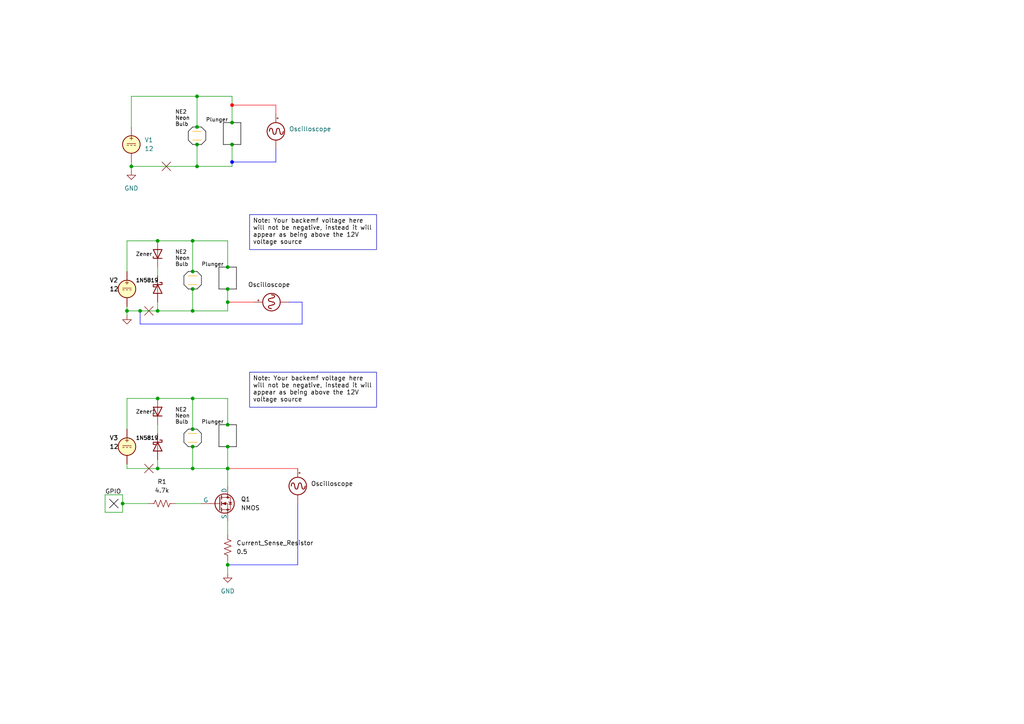
<source format=kicad_sch>
(kicad_sch (version 20230121) (generator eeschema)
  (paper "A4")
  (lib_symbols
    (symbol "Device:D_Zener" (pin_numbers hide) (pin_names (offset 1.016) hide)
      (property "Reference" "D" (at 0 2.54 0))
      (property "Value" "D_Zener" (at 0 -2.54 0))
      (symbol "D_Zener_0_1"
        (polyline (pts (xy 1.27 0) (xy -1.27 0)))
        (polyline (pts (xy -1.27 -1.27) (xy -1.27 1.27) (xy -0.762 1.27)) (stroke (width 0.254)))
        (polyline (pts (xy 1.27 -1.27) (xy 1.27 1.27) (xy -1.27 0) (xy 1.27 -1.27)) (stroke (width 0.254)))
      )
      (symbol "D_Zener_1_1"
        (pin passive line (at -3.81 0 0) (length 2.54) (name "K") (number "1"))
        (pin passive line (at 3.81 0 180) (length 2.54) (name "A") (number "2"))
      )
    )
    (symbol "Device:Oscilloscope" (pin_numbers hide) (pin_names (offset 0.0254) hide)
      (property "Reference" "MES" (at -3.302 1.016 0))
      (property "Value" "Oscilloscope" (at -3.302 -0.762 0))
      (symbol "Oscilloscope_0_0"
        (arc (start -1.016 0.508) (mid -1.397 0.8874) (end -1.778 0.508) (stroke (width 0.254)))
        (arc (start -0.762 -0.508) (mid -0.381 -0.8874) (end 0 -0.508) (stroke (width 0.254)))
        (polyline (pts (xy -1.778 0.508) (xy -1.905 0)) (stroke (width 0.254)))
        (polyline (pts (xy -1.016 0.508) (xy -0.762 -0.508)) (stroke (width 0.254)))
        (polyline (pts (xy 0 -0.508) (xy 0.254 0.508)) (stroke (width 0.254)))
        (polyline (pts (xy 1.016 0.508) (xy 1.27 -0.508)) (stroke (width 0.254)))
        (polyline (pts (xy 2.032 -0.508) (xy 2.159 0)) (stroke (width 0.254)))
        (arc (start 1.016 0.508) (mid 0.635 0.8874) (end 0.254 0.508) (stroke (width 0.254)))
        (arc (start 1.27 -0.508) (mid 1.651 -0.8874) (end 2.032 -0.508) (stroke (width 0.254)))
      )
      (symbol "Oscilloscope_0_1"
        (polyline (pts (xy 0.254 3.81) (xy 0.762 3.81)))
        (polyline (pts (xy 0.508 4.064) (xy 0.508 3.556)))
        (circle (center 0 0) (radius 2.54) (stroke (width 0.254)))
      )
      (symbol "Oscilloscope_1_1"
        (pin passive line (at 0 -5.08 90) (length 2.54) (name "-") (number "1"))
        (pin passive line (at 0 5.08 270) (length 2.54) (name "+") (number "2"))
      )
    )
    (symbol "Device:R_US" (pin_numbers hide) (pin_names (offset 0))
      (property "Reference" "R" (at 2.54 0 90))
      (property "Value" "R_US" (at -2.54 0 90))
      (symbol "R_US_0_1"
        (polyline (pts (xy 0 -2.286) (xy 0 -2.54)))
        (polyline (pts (xy 0 2.286) (xy 0 2.54)))
        (polyline (pts (xy 0 -0.762) (xy 1.016 -1.143) (xy 0 -1.524) (xy -1.016 -1.905) (xy 0 -2.286)))
        (polyline (pts (xy 0 0.762) (xy 1.016 0.381) (xy 0 0) (xy -1.016 -0.381) (xy 0 -0.762)))
        (polyline (pts (xy 0 2.286) (xy 1.016 1.905) (xy 0 1.524) (xy -1.016 1.143) (xy 0 0.762)))
      )
      (symbol "R_US_1_1"
        (pin passive line (at 0 3.81 270) (length 1.27) (name "~") (number "1"))
        (pin passive line (at 0 -3.81 90) (length 1.27) (name "~") (number "2"))
      )
    )
    (symbol "Diode:1N5819" (pin_numbers hide) (pin_names (offset 1.016) hide)
      (property "Reference" "D" (at 0 2.54 0))
      (property "Value" "1N5819" (at 0 -2.54 0))
      (symbol "1N5819_0_1"
        (polyline (pts (xy 1.27 0) (xy -1.27 0)))
        (polyline (pts (xy 1.27 1.27) (xy 1.27 -1.27) (xy -1.27 0) (xy 1.27 1.27)) (stroke (width 0.254)))
        (polyline (pts (xy -1.905 0.635) (xy -1.905 1.27) (xy -1.27 1.27) (xy -1.27 -1.27) (xy -0.635 -1.27) (xy -0.635 -0.635)) (stroke (width 0.254)))
      )
      (symbol "1N5819_1_1"
        (pin passive line (at -3.81 0 0) (length 2.54) (name "K") (number "1"))
        (pin passive line (at 3.81 0 180) (length 2.54) (name "A") (number "2"))
      )
    )
    (symbol "Simulation_SPICE:NMOS" (pin_numbers hide) (pin_names (offset 0))
      (property "Reference" "Q" (at 5.08 1.27 0))
      (property "Value" "NMOS" (at 5.08 -1.27 0))
      (symbol "NMOS_0_1"
        (polyline (pts (xy 0.254 0) (xy -2.54 0)))
        (polyline (pts (xy 0.254 1.905) (xy 0.254 -1.905)) (stroke (width 0.254)))
        (polyline (pts (xy 0.762 -1.27) (xy 0.762 -2.286)) (stroke (width 0.254)))
        (polyline (pts (xy 0.762 0.508) (xy 0.762 -0.508)) (stroke (width 0.254)))
        (polyline (pts (xy 0.762 2.286) (xy 0.762 1.27)) (stroke (width 0.254)))
        (polyline (pts (xy 2.54 2.54) (xy 2.54 1.778)))
        (polyline (pts (xy 2.54 -2.54) (xy 2.54 0) (xy 0.762 0)))
        (polyline (pts (xy 0.762 -1.778) (xy 3.302 -1.778) (xy 3.302 1.778) (xy 0.762 1.778)))
        (polyline (pts (xy 1.016 0) (xy 2.032 0.381) (xy 2.032 -0.381) (xy 1.016 0)) (fill (type outline)))
        (polyline (pts (xy 2.794 0.508) (xy 2.921 0.381) (xy 3.683 0.381) (xy 3.81 0.254)))
        (polyline (pts (xy 3.302 0.381) (xy 2.921 -0.254) (xy 3.683 -0.254) (xy 3.302 0.381)))
        (circle (center 1.651 0) (radius 2.794) (stroke (width 0.254)))
        (circle (center 2.54 -1.778) (radius 0.254) (fill (type outline)))
        (circle (center 2.54 1.778) (radius 0.254) (fill (type outline)))
      )
      (symbol "NMOS_1_1"
        (pin passive line (at 2.54 5.08 270) (length 2.54) (name "D") (number "1"))
        (pin input line (at -5.08 0 0) (length 2.54) (name "G") (number "2"))
        (pin passive line (at 2.54 -5.08 90) (length 2.54) (name "S") (number "3"))
      )
    )
    (symbol "Simulation_SPICE:VDC" (pin_numbers hide) (pin_names (offset 0.0254))
      (property "Reference" "V" (at 2.54 2.54 0))
      (property "Value" "1" (at 2.54 0 0))
      (symbol "VDC_0_0"
        (polyline (pts (xy -1.27 0.254) (xy 1.27 0.254)))
        (polyline (pts (xy -0.762 -0.254) (xy -1.27 -0.254)))
        (polyline (pts (xy 0.254 -0.254) (xy -0.254 -0.254)))
        (polyline (pts (xy 1.27 -0.254) (xy 0.762 -0.254)))
        (text "+" (at 0 1.905 0) (effects (font (size 1.27 1.27))))
      )
      (symbol "VDC_0_1"
        (circle (center 0 0) (radius 2.54) (stroke (width 0.254)) (fill (type background)))
      )
      (symbol "VDC_1_1"
        (pin passive line (at 0 5.08 270) (length 2.54) (name "~") (number "1"))
        (pin passive line (at 0 -5.08 90) (length 2.54) (name "~") (number "2"))
      )
    )
    (symbol "power:GND" (power) (pin_names (offset 0))
      (property "Value" "GND" (at 0 -3.81 0))
      (symbol "GND_0_1"
        (polyline (pts (xy 0 0) (xy 0 -1.27) (xy 1.27 -1.27) (xy 0 -2.54) (xy -1.27 -1.27) (xy 0 -1.27)))
      )
      (symbol "GND_1_1"
        (pin power_in line (at 0 0 270) (length 0) hide (name "GND") (number "1"))
      )
    )
  )
  (junction (at 67.31 30.48) (color 255 0 0 1))
  (junction (at 55.88 135.89))
  (junction (at 57.15 27.94))
  (junction (at 45.72 135.89))
  (junction (at 55.88 78.74))
  (junction (at 66.04 77.47))
  (junction (at 55.88 115.57))
  (junction (at 57.15 41.91))
  (junction (at 55.88 129.54))
  (junction (at 55.88 90.17))
  (junction (at 67.31 41.91))
  (junction (at 45.72 69.85))
  (junction (at 67.31 46.99) (color 0 0 255 1))
  (junction (at 55.88 124.46))
  (junction (at 66.04 163.83))
  (junction (at 35.56 146.05))
  (junction (at 66.04 135.89))
  (junction (at 40.64 90.17))
  (junction (at 45.72 115.57))
  (junction (at 55.88 69.85))
  (junction (at 38.1 48.26))
  (junction (at 66.04 129.54))
  (junction (at 36.83 90.17))
  (junction (at 66.04 123.19))
  (junction (at 66.04 87.63))
  (junction (at 45.72 90.17))
  (junction (at 57.15 36.83))
  (junction (at 55.88 83.82))
  (junction (at 66.04 83.82))
  (junction (at 57.15 48.26))
  (junction (at 67.31 35.56))
  (wire (pts (xy 55.88 69.85) (xy 66.04 69.85)))
  (wire (pts (xy 54.61 83.82) (xy 55.88 83.82)) (stroke (width 0) (color 10 0 0 1)))
  (wire (pts (xy 63.5 77.47) (xy 63.5 83.82)) (stroke (width 0) (color 0 0 1 1)))
  (wire (pts (xy 54.61 78.74) (xy 53.34 80.01)) (stroke (width 0) (color 10 0 0 1)))
  (wire (pts (xy 57.15 27.94) (xy 57.15 36.83)))
  (wire (pts (xy 66.04 163.83) (xy 66.04 166.37)))
  (wire (pts (xy 66.04 129.54) (xy 68.58 129.54)) (stroke (width 0) (color 0 0 1 1)))
  (polyline (pts (xy 46.99 46.99) (xy 49.53 49.53)) (stroke (width 0) (color 125 0 0 1)))
  (wire (pts (xy 45.72 80.01) (xy 45.72 77.47)))
  (wire (pts (xy 57.15 27.94) (xy 67.31 27.94)))
  (wire (pts (xy 67.31 30.48) (xy 67.31 35.56)))
  (wire (pts (xy 87.63 87.63) (xy 87.63 93.98)) (stroke (width 0) (color 0 0 255 1)))
  (wire (pts (xy 66.04 162.56) (xy 66.04 163.83)))
  (wire (pts (xy 36.83 90.17) (xy 40.64 90.17)))
  (wire (pts (xy 35.56 146.05) (xy 35.56 148.59)))
  (wire (pts (xy 63.5 123.19) (xy 66.04 123.19)) (stroke (width 0) (color 0 0 1 1)))
  (wire (pts (xy 58.42 41.91) (xy 59.69 40.64)) (stroke (width 0) (color 0 0 1 1)))
  (wire (pts (xy 53.34 125.73) (xy 53.34 128.27)) (stroke (width 0) (color 10 0 0 1)))
  (wire (pts (xy 66.04 135.89) (xy 66.04 140.97)))
  (wire (pts (xy 66.04 87.63) (xy 66.04 90.17)))
  (polyline (pts (xy 54.61 82.55) (xy 57.15 82.55)) (stroke (width 0) (color 255 169 0 1)))
  (wire (pts (xy 58.42 80.01) (xy 58.42 82.55)) (stroke (width 0) (color 10 0 0 1)))
  (wire (pts (xy 66.04 83.82) (xy 66.04 87.63)))
  (polyline (pts (xy 54.61 128.27) (xy 57.15 128.27)) (stroke (width 0) (color 255 169 0 1)))
  (wire (pts (xy 55.88 41.91) (xy 57.15 41.91)) (stroke (width 0) (color 0 0 1 1)))
  (wire (pts (xy 80.01 30.48) (xy 67.31 30.48)) (stroke (width 0) (color 255 0 7 1)))
  (wire (pts (xy 57.15 129.54) (xy 58.42 128.27)) (stroke (width 0) (color 10 0 0 1)))
  (polyline (pts (xy 41.91 88.9) (xy 44.45 91.44)) (stroke (width 0) (color 125 0 0 1)))
  (wire (pts (xy 57.15 41.91) (xy 57.15 48.26)))
  (wire (pts (xy 55.88 135.89) (xy 66.04 135.89)))
  (wire (pts (xy 35.56 143.51) (xy 35.56 146.05)))
  (polyline (pts (xy 44.45 88.9) (xy 41.91 91.44)) (stroke (width 0) (color 125 0 0 1)))
  (wire (pts (xy 67.31 46.99) (xy 67.31 48.26)))
  (wire (pts (xy 63.5 123.19) (xy 63.5 129.54)) (stroke (width 0) (color 0 0 1 1)))
  (wire (pts (xy 66.04 135.89) (xy 86.36 135.89)) (stroke (width 0) (color 255 0 0 1)))
  (wire (pts (xy 55.88 83.82) (xy 55.88 90.17)))
  (wire (pts (xy 63.5 129.54) (xy 66.04 129.54)) (stroke (width 0) (color 0 0 1 1)))
  (wire (pts (xy 68.58 77.47) (xy 68.58 83.82)) (stroke (width 0) (color 0 0 1 1)))
  (wire (pts (xy 36.83 134.62) (xy 36.83 135.89)))
  (wire (pts (xy 55.88 36.83) (xy 57.15 36.83)) (stroke (width 0) (color 0 0 1 1)))
  (wire (pts (xy 54.61 38.1) (xy 54.61 40.64)) (stroke (width 0) (color 0 0 1 1)))
  (wire (pts (xy 55.88 129.54) (xy 57.15 129.54)) (stroke (width 0) (color 10 0 0 1)))
  (wire (pts (xy 57.15 36.83) (xy 58.42 36.83)) (stroke (width 0) (color 0 0 1 1)))
  (wire (pts (xy 54.61 124.46) (xy 53.34 125.73)) (stroke (width 0) (color 10 0 0 1)))
  (wire (pts (xy 67.31 41.91) (xy 67.31 46.99)))
  (wire (pts (xy 53.34 128.27) (xy 54.61 129.54)) (stroke (width 0) (color 10 0 0 1)))
  (wire (pts (xy 38.1 46.99) (xy 38.1 48.26)))
  (polyline (pts (xy 55.88 38.1) (xy 58.42 38.1)) (stroke (width 0) (color 255 169 0 1)))
  (polyline (pts (xy 41.91 134.62) (xy 44.45 137.16)) (stroke (width 0) (color 125 0 0 1)))
  (wire (pts (xy 55.88 115.57) (xy 55.88 124.46)))
  (wire (pts (xy 58.42 125.73) (xy 58.42 128.27)) (stroke (width 0) (color 10 0 0 1)))
  (wire (pts (xy 63.5 83.82) (xy 66.04 83.82)) (stroke (width 0) (color 0 0 1 1)))
  (wire (pts (xy 55.88 69.85) (xy 55.88 78.74)))
  (wire (pts (xy 45.72 69.85) (xy 55.88 69.85)))
  (wire (pts (xy 36.83 135.89) (xy 45.72 135.89)))
  (wire (pts (xy 40.64 90.17) (xy 45.72 90.17)))
  (wire (pts (xy 59.69 38.1) (xy 59.69 40.64)) (stroke (width 0) (color 0 0 1 1)))
  (wire (pts (xy 66.04 151.13) (xy 66.04 154.94)))
  (wire (pts (xy 55.88 36.83) (xy 54.61 38.1)) (stroke (width 0) (color 0 0 1 1)))
  (wire (pts (xy 66.04 69.85) (xy 66.04 77.47)))
  (wire (pts (xy 54.61 78.74) (xy 55.88 78.74)) (stroke (width 0) (color 0 0 1 1)))
  (wire (pts (xy 80.01 33.02) (xy 80.01 30.48)) (stroke (width 0) (color 255 0 7 1)))
  (wire (pts (xy 30.48 148.59) (xy 35.56 148.59)))
  (wire (pts (xy 38.1 27.94) (xy 57.15 27.94)))
  (wire (pts (xy 80.01 46.99) (xy 67.31 46.99)) (stroke (width 0) (color 0 0 255 1)))
  (wire (pts (xy 67.31 41.91) (xy 69.85 41.91)) (stroke (width 0) (color 0 0 1 1)))
  (polyline (pts (xy 31.75 144.78) (xy 34.29 147.32)) (stroke (width 0) (color 0 0 1 1)))
  (wire (pts (xy 36.83 90.17) (xy 36.83 91.44)))
  (wire (pts (xy 30.48 143.51) (xy 30.48 148.59)))
  (wire (pts (xy 45.72 135.89) (xy 55.88 135.89)))
  (wire (pts (xy 58.42 36.83) (xy 59.69 38.1)) (stroke (width 0) (color 0 0 1 1)))
  (wire (pts (xy 36.83 115.57) (xy 45.72 115.57)))
  (polyline (pts (xy 55.88 40.64) (xy 58.42 40.64)) (stroke (width 0) (color 255 169 0 1)))
  (polyline (pts (xy 49.53 46.99) (xy 46.99 49.53)) (stroke (width 0) (color 125 0 0 1)))
  (wire (pts (xy 57.15 124.46) (xy 58.42 125.73)) (stroke (width 0) (color 10 0 0 1)))
  (wire (pts (xy 36.83 69.85) (xy 45.72 69.85)))
  (wire (pts (xy 38.1 48.26) (xy 38.1 49.53)))
  (wire (pts (xy 45.72 115.57) (xy 55.88 115.57)))
  (wire (pts (xy 36.83 115.57) (xy 36.83 124.46)))
  (wire (pts (xy 55.88 115.57) (xy 66.04 115.57)))
  (wire (pts (xy 36.83 69.85) (xy 36.83 78.74)))
  (wire (pts (xy 68.58 123.19) (xy 68.58 129.54)) (stroke (width 0) (color 0 0 1 1)))
  (polyline (pts (xy 31.75 147.32) (xy 34.29 144.78)) (stroke (width 0) (color 0 0 1 1)))
  (wire (pts (xy 64.77 35.56) (xy 67.31 35.56)) (stroke (width 0) (color 0 0 1 1)))
  (wire (pts (xy 55.88 124.46) (xy 57.15 124.46)) (stroke (width 0) (color 0 0 10 1)))
  (wire (pts (xy 53.34 82.55) (xy 54.61 83.82)) (stroke (width 0) (color 10 0 0 1)))
  (wire (pts (xy 57.15 48.26) (xy 67.31 48.26)))
  (wire (pts (xy 80.01 43.18) (xy 80.01 46.99)) (stroke (width 0) (color 0 0 255 1)))
  (wire (pts (xy 38.1 48.26) (xy 57.15 48.26)))
  (wire (pts (xy 67.31 27.94) (xy 67.31 30.48)))
  (wire (pts (xy 57.15 83.82) (xy 58.42 82.55)) (stroke (width 0) (color 10 0 0 1)))
  (wire (pts (xy 55.88 90.17) (xy 66.04 90.17)))
  (wire (pts (xy 66.04 129.54) (xy 66.04 135.89)))
  (wire (pts (xy 45.72 125.73) (xy 45.72 123.19)))
  (wire (pts (xy 30.48 143.51) (xy 35.56 143.51)))
  (wire (pts (xy 66.04 163.83) (xy 86.36 163.83)) (stroke (width 0) (color 0 0 255 1)))
  (wire (pts (xy 55.88 83.82) (xy 57.15 83.82)) (stroke (width 0) (color 10 0 0 1)))
  (wire (pts (xy 45.72 133.35) (xy 45.72 135.89)))
  (wire (pts (xy 55.88 78.74) (xy 57.15 78.74)) (stroke (width 0) (color 0 0 10 1)))
  (wire (pts (xy 57.15 78.74) (xy 58.42 80.01)) (stroke (width 0) (color 10 0 0 1)))
  (wire (pts (xy 83.82 87.63) (xy 87.63 87.63)) (stroke (width 0) (color 0 0 255 1)))
  (wire (pts (xy 36.83 88.9) (xy 36.83 90.17)))
  (wire (pts (xy 35.56 146.05) (xy 43.18 146.05)))
  (wire (pts (xy 53.34 80.01) (xy 53.34 82.55)) (stroke (width 0) (color 10 0 0 1)))
  (wire (pts (xy 50.8 146.05) (xy 58.42 146.05)))
  (wire (pts (xy 66.04 115.57) (xy 66.04 123.19)))
  (wire (pts (xy 57.15 41.91) (xy 58.42 41.91)) (stroke (width 0) (color 0 0 1 1)))
  (wire (pts (xy 86.36 146.05) (xy 86.36 163.83)) (stroke (width 0) (color 0 0 255 1)))
  (wire (pts (xy 54.61 129.54) (xy 55.88 129.54)) (stroke (width 0) (color 10 0 0 1)))
  (wire (pts (xy 40.64 90.17) (xy 40.64 93.98)) (stroke (width 0) (color 0 0 255 1)))
  (wire (pts (xy 66.04 123.19) (xy 68.58 123.19)) (stroke (width 0) (color 0 0 1 1)))
  (wire (pts (xy 69.85 35.56) (xy 69.85 41.91)) (stroke (width 0) (color 0 0 1 1)))
  (wire (pts (xy 66.04 87.63) (xy 73.66 87.63)) (stroke (width 0) (color 255 0 7 1)))
  (wire (pts (xy 38.1 27.94) (xy 38.1 36.83)))
  (wire (pts (xy 54.61 124.46) (xy 55.88 124.46)) (stroke (width 0) (color 0 0 1 1)))
  (wire (pts (xy 55.88 129.54) (xy 55.88 135.89)))
  (wire (pts (xy 45.72 87.63) (xy 45.72 90.17)))
  (polyline (pts (xy 54.61 80.01) (xy 57.15 80.01)) (stroke (width 0) (color 255 169 0 1)))
  (wire (pts (xy 63.5 77.47) (xy 66.04 77.47)) (stroke (width 0) (color 0 0 1 1)))
  (wire (pts (xy 67.31 35.56) (xy 69.85 35.56)) (stroke (width 0) (color 0 0 1 1)))
  (wire (pts (xy 66.04 83.82) (xy 68.58 83.82)) (stroke (width 0) (color 0 0 1 1)))
  (wire (pts (xy 64.77 41.91) (xy 67.31 41.91)) (stroke (width 0) (color 0 0 1 1)))
  (wire (pts (xy 45.72 90.17) (xy 55.88 90.17)))
  (wire (pts (xy 54.61 40.64) (xy 55.88 41.91)) (stroke (width 0) (color 0 0 1 1)))
  (wire (pts (xy 66.04 77.47) (xy 68.58 77.47)) (stroke (width 0) (color 0 0 1 1)))
  (polyline (pts (xy 44.45 134.62) (xy 41.91 137.16)) (stroke (width 0) (color 125 0 0 1)))
  (wire (pts (xy 40.64 93.98) (xy 87.63 93.98)) (stroke (width 0) (color 0 0 255 1)))
  (wire (pts (xy 64.77 35.56) (xy 64.77 41.91)) (stroke (width 0) (color 0 0 1 1)))
  (polyline (pts (xy 54.61 125.73) (xy 57.15 125.73)) (stroke (width 0) (color 255 169 0 1)))
  (text_box "Note: Your backemf voltage here will not be negative, instead it will appear as being above the 12V voltage source" (at 72.39 62.23 0) (size 36.83 10.16) (effects (font (size 1.27 1.27)) (justify left top)))
  (text_box "Note: Your backemf voltage here will not be negative, instead it will appear as being above the 12V voltage source" (at 72.39 107.95 0) (size 36.83 10.16) (effects (font (size 1.27 1.27)) (justify left top)))
  (text "Plunger" (at 58.42 123.19 0) (effects (font (size 1.1 1.1)) (justify left bottom)))
  (text "GPIO" (at 30.48 143.51 0) (effects (font (size 1.27 1.27)) (justify left bottom)))
  (text "Plunger" (at 59.69 35.56 0) (effects (font (size 1.1 1.1)) (justify left bottom)))
  (text "Plunger" (at 58.42 77.47 0) (effects (font (size 1.1 1.1)) (justify left bottom)))
  (text "NE2\nNeon \nBulb" (at 50.8 77.47 0) (effects (font (size 1.1 1.1)) (justify left bottom)))
  (text "NE2\nNeon \nBulb" (at 50.8 123.19 0) (effects (font (size 1.1 1.1)) (justify left bottom)))
  (text "NE2\nNeon\nBulb" (at 50.8 36.83 0) (effects (font (size 1.1 1.1)) (justify left bottom)))
  (symbol (lib_id "Simulation_SPICE:VDC") (at 36.83 129.54 0) (unit 1)
    (property "Reference" "V3" (at 31.75 127 0) (effects (justify left)))
    (property "Value" "12" (at 31.75 129.54 0) (effects (justify left)))
    (property "Sim.Pins" "1=+ 2=-" (effects hide))
    (property "Sim.Type" "DC" (effects hide))
    (property "Sim.Device" "V" (effects hide))
  )
  (symbol (lib_id "Device:R_US") (at 66.04 158.75 0) (unit 1)
    (property "Reference" "Current_Sense_Resistor" (at 68.58 157.48 0) (effects (justify left)))
    (property "Value" "0.5" (at 68.58 160.02 0) (effects (justify left)))
  )
  (symbol (lib_id "Device:Oscilloscope") (at 80.01 38.1 0) (unit 1)
    (property "Reference" "MES1" (effects hide))
    (property "Value" "Oscilloscope" (at 83.82 37.4015 0) (effects (justify left)))
  )
  (symbol (lib_id "power:GND") (at 38.1 49.53 0) (unit 1)
    (property "Reference" "#PWR01" (effects hide))
    (property "Value" "GND" (at 38.1 54.61 0))
  )
  (symbol (lib_id "Device:Oscilloscope") (at 86.36 140.97 0) (unit 1)
    (property "Reference" "MES3" (effects hide))
    (property "Value" "Oscilloscope" (at 90.17 140.2715 0) (effects (justify left)))
  )
  (symbol (lib_id "Simulation_SPICE:VDC") (at 36.83 83.82 0) (unit 1)
    (property "Reference" "V2" (at 31.75 81.28 0) (effects (justify left)))
    (property "Value" "12" (at 31.75 83.82 0) (effects (justify left)))
    (property "Sim.Pins" "1=+ 2=-" (effects hide))
    (property "Sim.Type" "DC" (effects hide))
    (property "Sim.Device" "V" (effects hide))
  )
  (symbol (lib_id "power:GND") (at 36.83 91.44 0) (unit 1)
    (property "Reference" "#PWR02" (effects hide))
    (property "Value" "GND" (effects hide))
  )
  (symbol (lib_id "Diode:1N5819") (at 45.72 129.54 270) (unit 1)
    (property "Reference" "D2" (effects hide))
    (property "Value" "1N5819" (at 39.37 127 90) (effects (font (size 1.1 1.1)) (justify left)))
    (property "Footprint" "Diode_THT:D_DO-41_SOD81_P10.16mm_Horizontal" (effects hide))
    (property "Datasheet" "http://www.vishay.com/docs/88525/1n5817.pdf" (effects hide))
  )
  (symbol (lib_id "Device:Oscilloscope") (at 78.74 87.63 90) (unit 1)
    (property "Reference" "MES2" (effects hide))
    (property "Value" "Oscilloscope" (at 78.0415 82.55 90))
  )
  (symbol (lib_id "Diode:1N5819") (at 45.72 83.82 270) (unit 1)
    (property "Reference" "D1" (effects hide))
    (property "Value" "1N5819" (at 39.37 81.28 90) (effects (font (size 1.1 1.1)) (justify left)))
    (property "Footprint" "Diode_THT:D_DO-41_SOD81_P10.16mm_Horizontal" (effects hide))
    (property "Datasheet" "http://www.vishay.com/docs/88525/1n5817.pdf" (effects hide))
  )
  (symbol (lib_id "Device:D_Zener") (at 45.72 73.66 90) (unit 1)
    (property "Reference" "Zener" (at 39.37 73.66 90) (effects (font (size 1.1 1.1)) (justify right)))
    (property "Value" "D_Zener" (effects hide))
  )
  (symbol (lib_id "Simulation_SPICE:NMOS") (at 63.5 146.05 0) (unit 1)
    (property "Reference" "Q1" (at 69.85 144.78 0) (effects (justify left)))
    (property "Value" "NMOS" (at 69.85 147.32 0) (effects (justify left)))
    (property "Datasheet" "https://ngspice.sourceforge.io/docs/ngspice-manual.pdf" (effects hide))
    (property "Sim.Device" "NMOS" (effects hide))
    (property "Sim.Type" "VDMOS" (effects hide))
    (property "Sim.Pins" "1=D 2=G 3=S" (effects hide))
  )
  (symbol (lib_id "Device:D_Zener") (at 45.72 119.38 90) (unit 1)
    (property "Reference" "Zener1" (at 39.37 119.38 90) (effects (font (size 1.1 1.1)) (justify right)))
    (property "Value" "D_Zener" (effects hide))
  )
  (symbol (lib_id "Simulation_SPICE:VDC") (at 38.1 41.91 0) (unit 1)
    (property "Reference" "V1" (at 41.91 40.6042 0) (effects (justify left)))
    (property "Value" "12" (at 41.91 43.1442 0) (effects (justify left)))
    (property "Sim.Pins" "1=+ 2=-" (effects hide))
    (property "Sim.Type" "DC" (effects hide))
    (property "Sim.Device" "V" (effects hide))
  )
  (symbol (lib_id "power:GND") (at 66.04 166.37 0) (unit 1)
    (property "Reference" "#PWR03" (effects hide))
    (property "Value" "GND" (at 66.04 171.45 0))
  )
  (symbol (lib_id "Device:R_US") (at 46.99 146.05 90) (unit 1)
    (property "Reference" "R1" (at 46.99 139.7 90))
    (property "Value" "4.7k" (at 46.99 142.24 90))
  )
)
</source>
